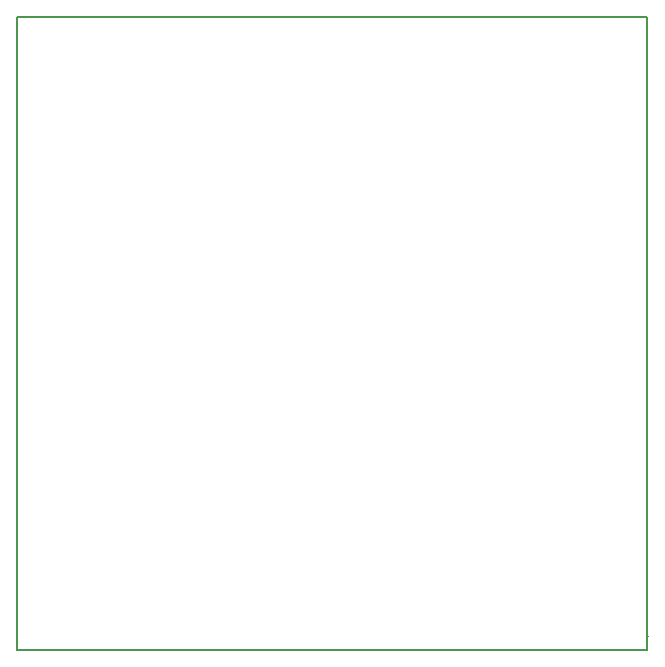
<source format=gbr>
G04 #@! TF.FileFunction,Profile,NP*
%FSLAX46Y46*%
G04 Gerber Fmt 4.6, Leading zero omitted, Abs format (unit mm)*
G04 Created by KiCad (PCBNEW 4.0.0-rc2-stable) date 7/22/2016 8:43:15 PM*
%MOMM*%
G01*
G04 APERTURE LIST*
%ADD10C,0.100000*%
%ADD11C,0.150000*%
G04 APERTURE END LIST*
D10*
D11*
X178204300Y-121170200D02*
X178280500Y-121170200D01*
X178204300Y-122376700D02*
X178204300Y-121170200D01*
X124813500Y-122376700D02*
X178204300Y-122376700D01*
X124813500Y-121208300D02*
X124813500Y-122376700D01*
X124838900Y-68782700D02*
X124838900Y-121208300D01*
X125702500Y-68782700D02*
X124838900Y-68782700D01*
X178204300Y-68757300D02*
X125613600Y-68757300D01*
X178204300Y-121208300D02*
X178204300Y-68757300D01*
M02*

</source>
